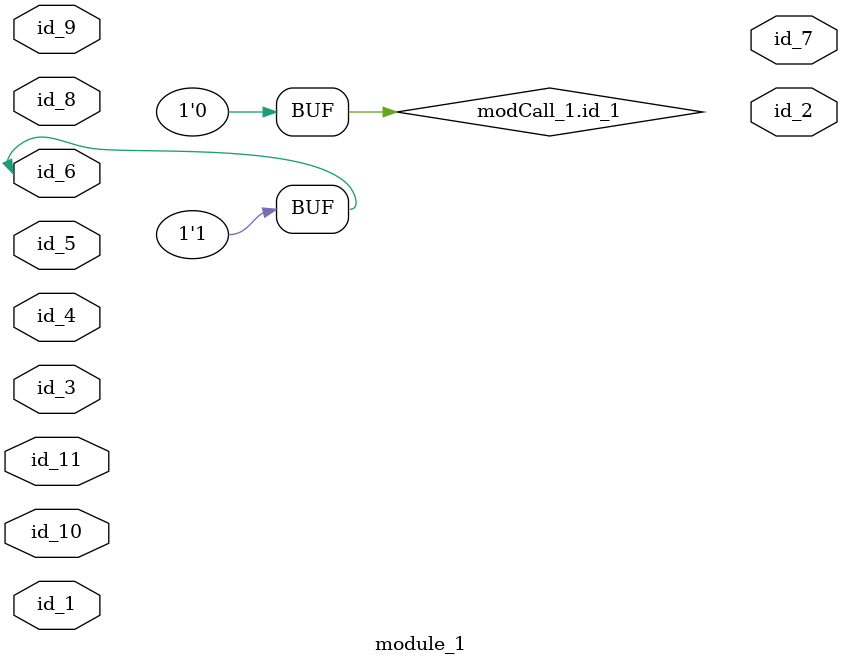
<source format=v>
module module_0 ();
endmodule
module module_1 (
    id_1,
    id_2,
    id_3,
    id_4,
    id_5,
    id_6,
    id_7,
    id_8,
    id_9,
    id_10,
    id_11
);
  input wire id_11;
  input wire id_10;
  inout wire id_9;
  inout wire id_8;
  output wire id_7;
  inout wire id_6;
  input wire id_5;
  inout wire id_4;
  input wire id_3;
  output wire id_2;
  inout wire id_1;
  wire id_12;
  assign id_6 = 1;
  module_0 modCall_1 ();
  assign modCall_1.id_1 = 0;
  wire id_13;
endmodule

</source>
